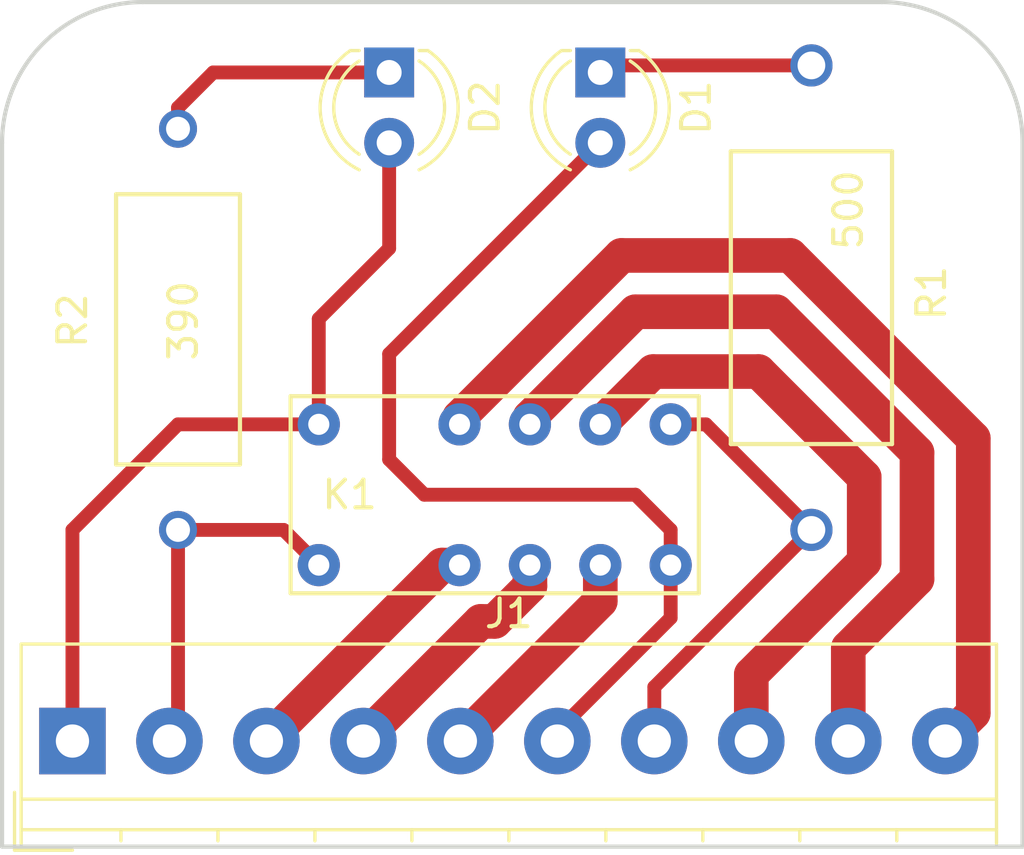
<source format=kicad_pcb>
(kicad_pcb (version 20171130) (host pcbnew "(5.0.0-rc2-dev-720-g9704891c8)")

  (general
    (thickness 1.6)
    (drawings 6)
    (tracks 59)
    (zones 0)
    (modules 6)
    (nets 13)
  )

  (page A4)
  (layers
    (0 F.Cu signal)
    (31 B.Cu signal)
    (32 B.Adhes user)
    (33 F.Adhes user)
    (34 B.Paste user)
    (35 F.Paste user)
    (36 B.SilkS user)
    (37 F.SilkS user)
    (38 B.Mask user)
    (39 F.Mask user)
    (44 Edge.Cuts user)
    (45 Margin user)
    (48 B.Fab user)
  )

  (setup
    (last_trace_width 0.5)
    (trace_clearance 0.2)
    (zone_clearance 0.508)
    (zone_45_only no)
    (trace_min 0.2)
    (segment_width 0.2)
    (edge_width 0.15)
    (via_size 0.8)
    (via_drill 0.4)
    (via_min_size 0.4)
    (via_min_drill 0.3)
    (uvia_size 0.3)
    (uvia_drill 0.1)
    (uvias_allowed no)
    (uvia_min_size 0.2)
    (uvia_min_drill 0.1)
    (pcb_text_width 0.3)
    (pcb_text_size 1.5 1.5)
    (mod_edge_width 0.15)
    (mod_text_size 1 1)
    (mod_text_width 0.15)
    (pad_size 1.524 1.524)
    (pad_drill 0.762)
    (pad_to_mask_clearance 0.2)
    (aux_axis_origin 0 0)
    (visible_elements FFFFFFFF)
    (pcbplotparams
      (layerselection 0x010e0_7fffffff)
      (usegerberextensions true)
      (usegerberattributes true)
      (usegerberadvancedattributes false)
      (creategerberjobfile false)
      (excludeedgelayer true)
      (linewidth 0.100000)
      (plotframeref false)
      (viasonmask false)
      (mode 1)
      (useauxorigin false)
      (hpglpennumber 1)
      (hpglpenspeed 20)
      (hpglpendiameter 15)
      (psnegative false)
      (psa4output false)
      (plotreference true)
      (plotvalue true)
      (plotinvisibletext false)
      (padsonsilk false)
      (subtractmaskfromsilk false)
      (outputformat 1)
      (mirror false)
      (drillshape 0)
      (scaleselection 1)
      (outputdirectory Gerber/))
  )

  (net 0 "")
  (net 1 "Net-(D2-Pad1)")
  (net 2 "Net-(J1-Pad4)")
  (net 3 "Net-(D1-Pad1)")
  (net 4 "Net-(J1-Pad2)")
  (net 5 "Net-(D1-Pad2)")
  (net 6 "Net-(D2-Pad2)")
  (net 7 "Net-(J1-Pad8)")
  (net 8 "Net-(J1-Pad9)")
  (net 9 "Net-(J1-Pad10)")
  (net 10 "Net-(J1-Pad5)")
  (net 11 "Net-(J1-Pad6)")
  (net 12 "Net-(J1-Pad7)")

  (net_class Default "This is the default net class."
    (clearance 0.2)
    (trace_width 0.5)
    (via_dia 0.8)
    (via_drill 0.4)
    (uvia_dia 0.3)
    (uvia_drill 0.1)
    (add_net "Net-(D1-Pad1)")
    (add_net "Net-(D1-Pad2)")
    (add_net "Net-(D2-Pad1)")
    (add_net "Net-(D2-Pad2)")
    (add_net "Net-(J1-Pad2)")
    (add_net "Net-(J1-Pad4)")
  )

  (net_class Power ""
    (clearance 0.2)
    (trace_width 1.25)
    (via_dia 0.8)
    (via_drill 0.4)
    (uvia_dia 0.3)
    (uvia_drill 0.1)
    (add_net "Net-(J1-Pad10)")
    (add_net "Net-(J1-Pad5)")
    (add_net "Net-(J1-Pad6)")
    (add_net "Net-(J1-Pad7)")
    (add_net "Net-(J1-Pad8)")
    (add_net "Net-(J1-Pad9)")
  )

  (module Library:42J500E (layer F.Cu) (tedit 5A512DA4) (tstamp 5A75318D)
    (at 153.67 82.55 270)
    (path /5A50F79D)
    (fp_text reference R1 (at -8.55 -4.33 270) (layer F.SilkS)
      (effects (font (size 1 1) (thickness 0.15)))
    )
    (fp_text value 500 (at -11.55 -1.33 270) (layer F.SilkS)
      (effects (font (size 1 1) (thickness 0.15)))
    )
    (fp_line (start -16.764 0) (end -13.5382 0) (layer Dwgs.User) (width 0.1524))
    (fp_line (start 0 0) (end -3.2258 0) (layer Dwgs.User) (width 0.1524))
    (fp_line (start -13.5382 2.7813) (end -3.2258 2.7813) (layer Dwgs.User) (width 0.1524))
    (fp_line (start -3.2258 2.7813) (end -3.2258 -2.7813) (layer Dwgs.User) (width 0.1524))
    (fp_line (start -3.2258 -2.7813) (end -13.5382 -2.7813) (layer Dwgs.User) (width 0.1524))
    (fp_line (start -13.5382 -2.7813) (end -13.5382 2.7813) (layer Dwgs.User) (width 0.1524))
    (fp_line (start -13.6652 2.9083) (end -3.0988 2.9083) (layer F.SilkS) (width 0.1524))
    (fp_line (start -3.0988 2.9083) (end -3.0988 -2.9083) (layer F.SilkS) (width 0.1524))
    (fp_line (start -3.0988 -2.9083) (end -13.6652 -2.9083) (layer F.SilkS) (width 0.1524))
    (fp_line (start -13.6652 -2.9083) (end -13.6652 2.9083) (layer F.SilkS) (width 0.1524))
    (pad 1 thru_hole circle (at -16.764 0 270) (size 1.524 1.524) (drill 1) (layers *.Cu *.Mask)
      (net 3 "Net-(D1-Pad1)"))
    (pad 2 thru_hole circle (at 0 0 270) (size 1.524 1.524) (drill 1) (layers *.Cu *.Mask)
      (net 4 "Net-(J1-Pad2)"))
    (model ${KIPRJMOD}/Library/RES_42.step
      (at (xyz 0 0 0))
      (scale (xyz 1 1 1))
      (rotate (xyz 0 0 0))
    )
  )

  (module Library:FMP200JR-52-390R (layer F.Cu) (tedit 5A513068) (tstamp 5A754D52)
    (at 130.81 82.55 270)
    (path /5A50F857)
    (fp_text reference R2 (at -7.55 3.81 270) (layer F.SilkS)
      (effects (font (size 1 1) (thickness 0.15)))
    )
    (fp_text value 390 (at -7.55 -0.19 270) (layer F.SilkS)
      (effects (font (size 1 1) (thickness 0.15)))
    )
    (fp_line (start -14.478 0) (end -11.9888 0) (layer Dwgs.User) (width 0.1524))
    (fp_line (start 0 0) (end -2.4892 0) (layer Dwgs.User) (width 0.1524))
    (fp_line (start -11.9888 2.1082) (end -2.4892 2.1082) (layer Dwgs.User) (width 0.1524))
    (fp_line (start -2.4892 2.1082) (end -2.4892 -2.1082) (layer Dwgs.User) (width 0.1524))
    (fp_line (start -2.4892 -2.1082) (end -11.9888 -2.1082) (layer Dwgs.User) (width 0.1524))
    (fp_line (start -11.9888 -2.1082) (end -11.9888 2.1082) (layer Dwgs.User) (width 0.1524))
    (fp_line (start -12.1158 2.2352) (end -2.3622 2.2352) (layer F.SilkS) (width 0.1524))
    (fp_line (start -2.3622 2.2352) (end -2.3622 -2.2352) (layer F.SilkS) (width 0.1524))
    (fp_line (start -2.3622 -2.2352) (end -12.1158 -2.2352) (layer F.SilkS) (width 0.1524))
    (fp_line (start -12.1158 -2.2352) (end -12.1158 2.2352) (layer F.SilkS) (width 0.1524))
    (pad 1 thru_hole circle (at -14.478 0 270) (size 1.3716 1.3716) (drill 0.8636) (layers *.Cu *.Mask)
      (net 1 "Net-(D2-Pad1)"))
    (pad 2 thru_hole circle (at 0 0 270) (size 1.3716 1.3716) (drill 0.8636) (layers *.Cu *.Mask)
      (net 2 "Net-(J1-Pad4)"))
    (model ${KIPRJMOD}/Library/YAG_FMP200.step
      (at (xyz 0 0 0))
      (scale (xyz 1 1 1))
      (rotate (xyz 0 0 0))
    )
  )

  (module Library:Terminal_Block_Relay (layer F.Cu) (tedit 5A513449) (tstamp 5A718017)
    (at 127 90.17)
    (descr "10-way 3.5mm pitch terminal block, https://cdn-shop.adafruit.com/datasheets/19963.pdf")
    (tags "screw terminal block")
    (path /5A50F22F)
    (fp_text reference J1 (at 15.75 -4.6) (layer F.SilkS)
      (effects (font (size 1 1) (thickness 0.15)))
    )
    (fp_text value "Relay Socket" (at 15.75 5.1) (layer F.Fab)
      (effects (font (size 1 1) (thickness 0.15)))
    )
    (fp_line (start -2.25 -3.9) (end -2.25 4.1) (layer F.CrtYd) (width 0.05))
    (fp_line (start -2.25 4.1) (end 33.75 4.1) (layer F.CrtYd) (width 0.05))
    (fp_line (start 33.75 4.1) (end 33.75 -3.9) (layer F.CrtYd) (width 0.05))
    (fp_line (start 33.75 -3.9) (end -2.25 -3.9) (layer F.CrtYd) (width 0.05))
    (fp_line (start -1.75 2.1) (end 33.25 2.1) (layer F.Fab) (width 0.1))
    (fp_line (start -1.75 3.2) (end 33.25 3.2) (layer F.Fab) (width 0.1))
    (fp_line (start -1.75 3.6) (end -1.75 -3.4) (layer F.Fab) (width 0.1))
    (fp_line (start -1.75 -3.4) (end 33.25 -3.4) (layer F.Fab) (width 0.1))
    (fp_line (start 33.25 -3.4) (end 33.25 3.6) (layer F.Fab) (width 0.1))
    (fp_line (start 1.75 3.2) (end 1.75 3.6) (layer F.Fab) (width 0.1))
    (fp_line (start 5.25 3.2) (end 5.25 3.6) (layer F.Fab) (width 0.1))
    (fp_line (start 8.75 3.2) (end 8.75 3.6) (layer F.Fab) (width 0.1))
    (fp_line (start 12.25 3.2) (end 12.25 3.6) (layer F.Fab) (width 0.1))
    (fp_line (start 15.75 3.2) (end 15.75 3.6) (layer F.Fab) (width 0.1))
    (fp_line (start 19.25 3.2) (end 19.25 3.6) (layer F.Fab) (width 0.1))
    (fp_line (start 22.75 3.2) (end 22.75 3.6) (layer F.Fab) (width 0.1))
    (fp_line (start 26.25 3.2) (end 26.25 3.6) (layer F.Fab) (width 0.1))
    (fp_line (start 29.75 3.2) (end 29.75 3.6) (layer F.Fab) (width 0.1))
    (fp_line (start -2.09 1.85) (end -2.09 3.94) (layer F.Fab) (width 0.1))
    (fp_line (start -2.09 3.94) (end 0 3.94) (layer F.Fab) (width 0.1))
    (fp_line (start -1.85 2.1) (end 33.35 2.1) (layer F.SilkS) (width 0.12))
    (fp_line (start -1.85 3.2) (end 33.35 3.2) (layer F.SilkS) (width 0.12))
    (fp_line (start -1.85 3.7) (end -1.85 -3.5) (layer F.SilkS) (width 0.12))
    (fp_line (start -1.85 -3.5) (end 33.35 -3.5) (layer F.SilkS) (width 0.12))
    (fp_line (start 33.35 -3.5) (end 33.35 3.7) (layer F.SilkS) (width 0.12))
    (fp_line (start 1.75 3.2) (end 1.75 3.6) (layer F.SilkS) (width 0.12))
    (fp_line (start 5.25 3.2) (end 5.25 3.6) (layer F.SilkS) (width 0.12))
    (fp_line (start 8.75 3.2) (end 8.75 3.6) (layer F.SilkS) (width 0.12))
    (fp_line (start 12.25 3.2) (end 12.25 3.6) (layer F.SilkS) (width 0.12))
    (fp_line (start 15.75 3.2) (end 15.75 3.6) (layer F.SilkS) (width 0.12))
    (fp_line (start 19.25 3.2) (end 19.25 3.6) (layer F.SilkS) (width 0.12))
    (fp_line (start 22.75 3.2) (end 22.75 3.6) (layer F.SilkS) (width 0.12))
    (fp_line (start 26.25 3.2) (end 26.25 3.6) (layer F.SilkS) (width 0.12))
    (fp_line (start 29.75 3.2) (end 29.75 3.6) (layer F.SilkS) (width 0.12))
    (fp_line (start -2.09 1.85) (end -2.09 3.94) (layer F.SilkS) (width 0.12))
    (fp_line (start -2.09 3.94) (end 0 3.94) (layer F.SilkS) (width 0.12))
    (fp_text user %R (at 6.35 -2.54) (layer F.Fab)
      (effects (font (size 1 1) (thickness 0.15)))
    )
    (pad 1 thru_hole rect (at 0 0) (size 2.4 2.4) (drill 1.2) (layers *.Cu *.Mask)
      (net 6 "Net-(D2-Pad2)"))
    (pad 4 thru_hole circle (at 3.5 0) (size 2.4 2.4) (drill 1.2) (layers *.Cu *.Mask)
      (net 2 "Net-(J1-Pad4)"))
    (pad 5 thru_hole circle (at 7 0) (size 2.4 2.4) (drill 1.2) (layers *.Cu *.Mask)
      (net 10 "Net-(J1-Pad5)"))
    (pad 6 thru_hole circle (at 10.5 0) (size 2.4 2.4) (drill 1.2) (layers *.Cu *.Mask)
      (net 11 "Net-(J1-Pad6)"))
    (pad 7 thru_hole circle (at 14 0) (size 2.4 2.4) (drill 1.2) (layers *.Cu *.Mask)
      (net 12 "Net-(J1-Pad7)"))
    (pad 3 thru_hole circle (at 17.5 0) (size 2.4 2.4) (drill 1.2) (layers *.Cu *.Mask)
      (net 5 "Net-(D1-Pad2)"))
    (pad 2 thru_hole circle (at 21 0) (size 2.4 2.4) (drill 1.2) (layers *.Cu *.Mask)
      (net 4 "Net-(J1-Pad2)"))
    (pad 10 thru_hole circle (at 24.5 0) (size 2.4 2.4) (drill 1.2) (layers *.Cu *.Mask)
      (net 9 "Net-(J1-Pad10)"))
    (pad 9 thru_hole circle (at 28 0) (size 2.4 2.4) (drill 1.2) (layers *.Cu *.Mask)
      (net 8 "Net-(J1-Pad9)"))
    (pad 8 thru_hole circle (at 31.5 0) (size 2.4 2.4) (drill 1.2) (layers *.Cu *.Mask)
      (net 7 "Net-(J1-Pad8)"))
    (model ${KISYS3DMOD}/Connectors_Terminal_Blocks.3dshapes/TerminalBlock_4UCON_19963_10x3.5mm_Straight.wrl
      (at (xyz 0 0 0))
      (scale (xyz 1 1 1))
      (rotate (xyz 0 0 0))
    )
  )

  (module Library:Relay (layer F.Cu) (tedit 5A511A54) (tstamp 5A6A4025)
    (at 135.89 83.82)
    (path /5A511C87)
    (fp_text reference K1 (at 1.11 -2.54) (layer F.SilkS)
      (effects (font (size 1 1) (thickness 0.15)))
    )
    (fp_text value AZ850P2-x (at 2.54 -2.54) (layer F.Fab)
      (effects (font (size 1 1) (thickness 0.15)))
    )
    (fp_line (start -1.016 -6.096) (end -1.016 1.016) (layer F.SilkS) (width 0.15))
    (fp_line (start 13.716 -6.096) (end -1.016 -6.096) (layer F.SilkS) (width 0.15))
    (fp_line (start 13.716 1.016) (end 13.716 -6.096) (layer F.SilkS) (width 0.15))
    (fp_line (start -1.016 1.016) (end 13.716 1.016) (layer F.SilkS) (width 0.15))
    (pad 12 thru_hole circle (at 0 -5.08) (size 1.524 1.524) (drill 0.762) (layers *.Cu *.Mask)
      (net 6 "Net-(D2-Pad2)"))
    (pad 10 thru_hole circle (at 5.08 -5.08) (size 1.524 1.524) (drill 0.762) (layers *.Cu *.Mask)
      (net 7 "Net-(J1-Pad8)"))
    (pad 9 thru_hole circle (at 7.62 -5.08) (size 1.524 1.524) (drill 0.762) (layers *.Cu *.Mask)
      (net 8 "Net-(J1-Pad9)"))
    (pad 8 thru_hole circle (at 10.16 -5.08) (size 1.524 1.524) (drill 0.762) (layers *.Cu *.Mask)
      (net 9 "Net-(J1-Pad10)"))
    (pad 7 thru_hole circle (at 12.7 -5.08) (size 1.524 1.524) (drill 0.762) (layers *.Cu *.Mask)
      (net 4 "Net-(J1-Pad2)"))
    (pad 1 thru_hole circle (at 0 0) (size 1.524 1.524) (drill 0.762) (layers *.Cu *.Mask)
      (net 2 "Net-(J1-Pad4)"))
    (pad 3 thru_hole circle (at 5.08 0) (size 1.524 1.524) (drill 0.762) (layers *.Cu *.Mask)
      (net 10 "Net-(J1-Pad5)"))
    (pad 4 thru_hole circle (at 7.62 0) (size 1.524 1.524) (drill 0.762) (layers *.Cu *.Mask)
      (net 11 "Net-(J1-Pad6)"))
    (pad 5 thru_hole circle (at 10.16 0) (size 1.524 1.524) (drill 0.762) (layers *.Cu *.Mask)
      (net 12 "Net-(J1-Pad7)"))
    (pad 6 thru_hole circle (at 12.7 0) (size 1.524 1.524) (drill 0.762) (layers *.Cu *.Mask)
      (net 5 "Net-(D1-Pad2)"))
    (model ${KIPRJMOD}/Library/RELAY12-10_280X570_390.step
      (at (xyz 0 0 0))
      (scale (xyz 1 1 1))
      (rotate (xyz 0 0 90))
    )
  )

  (module LEDs:LED_D4.0mm (layer F.Cu) (tedit 587A3A7B) (tstamp 5A61E2D0)
    (at 138.43 66.04 270)
    (descr "LED, diameter 4.0mm, 2 pins, http://www.kingbright.com/attachments/file/psearch/000/00/00/L-43GD(Ver.12B).pdf")
    (tags "LED diameter 4.0mm 2 pins")
    (path /5A511699)
    (fp_text reference D2 (at 1.27 -3.46 270) (layer F.SilkS)
      (effects (font (size 1 1) (thickness 0.15)))
    )
    (fp_text value LED_Small (at 1.27 3.46 270) (layer F.Fab)
      (effects (font (size 1 1) (thickness 0.15)))
    )
    (fp_line (start 4 -2.75) (end -1.45 -2.75) (layer F.CrtYd) (width 0.05))
    (fp_line (start 4 2.75) (end 4 -2.75) (layer F.CrtYd) (width 0.05))
    (fp_line (start -1.45 2.75) (end 4 2.75) (layer F.CrtYd) (width 0.05))
    (fp_line (start -1.45 -2.75) (end -1.45 2.75) (layer F.CrtYd) (width 0.05))
    (fp_line (start -0.79 1.08) (end -0.79 1.399) (layer F.SilkS) (width 0.12))
    (fp_line (start -0.79 -1.399) (end -0.79 -1.08) (layer F.SilkS) (width 0.12))
    (fp_line (start -0.73 -1.32665) (end -0.73 1.32665) (layer F.Fab) (width 0.1))
    (fp_circle (center 1.27 0) (end 3.27 0) (layer F.Fab) (width 0.1))
    (fp_arc (start 1.27 0) (end -0.41333 1.08) (angle -114.6) (layer F.SilkS) (width 0.12))
    (fp_arc (start 1.27 0) (end -0.41333 -1.08) (angle 114.6) (layer F.SilkS) (width 0.12))
    (fp_arc (start 1.27 0) (end -0.79 1.398749) (angle -120.1) (layer F.SilkS) (width 0.12))
    (fp_arc (start 1.27 0) (end -0.79 -1.398749) (angle 120.1) (layer F.SilkS) (width 0.12))
    (fp_arc (start 1.27 0) (end -0.73 -1.32665) (angle 292.9) (layer F.Fab) (width 0.1))
    (pad 2 thru_hole circle (at 2.54 0 270) (size 1.8 1.8) (drill 0.9) (layers *.Cu *.Mask)
      (net 6 "Net-(D2-Pad2)"))
    (pad 1 thru_hole rect (at 0 0 270) (size 1.8 1.8) (drill 0.9) (layers *.Cu *.Mask)
      (net 1 "Net-(D2-Pad1)"))
    (model ${KISYS3DMOD}/LEDs.3dshapes/LED_D4.0mm.wrl
      (at (xyz 0 0 0))
      (scale (xyz 0.393701 0.393701 0.393701))
      (rotate (xyz 0 0 0))
    )
  )

  (module LEDs:LED_D4.0mm (layer F.Cu) (tedit 587A3A7B) (tstamp 5A61E2BD)
    (at 146.05 66.04 270)
    (descr "LED, diameter 4.0mm, 2 pins, http://www.kingbright.com/attachments/file/psearch/000/00/00/L-43GD(Ver.12B).pdf")
    (tags "LED diameter 4.0mm 2 pins")
    (path /5A51190D)
    (fp_text reference D1 (at 1.27 -3.46 270) (layer F.SilkS)
      (effects (font (size 1 1) (thickness 0.15)))
    )
    (fp_text value LED_Small (at 1.27 3.46 270) (layer F.Fab)
      (effects (font (size 1 1) (thickness 0.15)))
    )
    (fp_arc (start 1.27 0) (end -0.73 -1.32665) (angle 292.9) (layer F.Fab) (width 0.1))
    (fp_arc (start 1.27 0) (end -0.79 -1.398749) (angle 120.1) (layer F.SilkS) (width 0.12))
    (fp_arc (start 1.27 0) (end -0.79 1.398749) (angle -120.1) (layer F.SilkS) (width 0.12))
    (fp_arc (start 1.27 0) (end -0.41333 -1.08) (angle 114.6) (layer F.SilkS) (width 0.12))
    (fp_arc (start 1.27 0) (end -0.41333 1.08) (angle -114.6) (layer F.SilkS) (width 0.12))
    (fp_circle (center 1.27 0) (end 3.27 0) (layer F.Fab) (width 0.1))
    (fp_line (start -0.73 -1.32665) (end -0.73 1.32665) (layer F.Fab) (width 0.1))
    (fp_line (start -0.79 -1.399) (end -0.79 -1.08) (layer F.SilkS) (width 0.12))
    (fp_line (start -0.79 1.08) (end -0.79 1.399) (layer F.SilkS) (width 0.12))
    (fp_line (start -1.45 -2.75) (end -1.45 2.75) (layer F.CrtYd) (width 0.05))
    (fp_line (start -1.45 2.75) (end 4 2.75) (layer F.CrtYd) (width 0.05))
    (fp_line (start 4 2.75) (end 4 -2.75) (layer F.CrtYd) (width 0.05))
    (fp_line (start 4 -2.75) (end -1.45 -2.75) (layer F.CrtYd) (width 0.05))
    (pad 1 thru_hole rect (at 0 0 270) (size 1.8 1.8) (drill 0.9) (layers *.Cu *.Mask)
      (net 3 "Net-(D1-Pad1)"))
    (pad 2 thru_hole circle (at 2.54 0 270) (size 1.8 1.8) (drill 0.9) (layers *.Cu *.Mask)
      (net 5 "Net-(D1-Pad2)"))
    (model ${KISYS3DMOD}/LEDs.3dshapes/LED_D4.0mm.wrl
      (at (xyz 0 0 0))
      (scale (xyz 0.393701 0.393701 0.393701))
      (rotate (xyz 0 0 0))
    )
  )

  (gr_line (start 161.29 68.58) (end 161.29 93.98) (angle 90) (layer Edge.Cuts) (width 0.15))
  (gr_line (start 124.46 68.58) (end 124.46 93.98) (angle 90) (layer Edge.Cuts) (width 0.15))
  (gr_line (start 156.21 63.5) (end 129.54 63.5) (angle 90) (layer Edge.Cuts) (width 0.15))
  (gr_arc (start 156.21 68.58) (end 156.21 63.5) (angle 90) (layer Edge.Cuts) (width 0.15))
  (gr_arc (start 129.54 68.58) (end 124.46 68.58) (angle 90) (layer Edge.Cuts) (width 0.15))
  (gr_line (start 124.46 93.98) (end 161.29 93.98) (angle 90) (layer Edge.Cuts) (width 0.15))

  (segment (start 130.81 68.072) (end 130.81 67.31) (width 0.5) (layer F.Cu) (net 1) (status 400000))
  (segment (start 132.08 66.04) (end 138.43 66.04) (width 0.5) (layer F.Cu) (net 1) (tstamp 5A755EA7) (status 800000))
  (segment (start 130.81 67.31) (end 132.08 66.04) (width 0.5) (layer F.Cu) (net 1) (tstamp 5A755EA6))
  (segment (start 130.81 82.55) (end 130.81 89.86) (width 0.5) (layer F.Cu) (net 2) (status C00000))
  (segment (start 130.81 89.86) (end 130.5 90.17) (width 0.5) (layer F.Cu) (net 2) (tstamp 5A755EA3) (status C00000))
  (segment (start 130.81 82.55) (end 134.62 82.55) (width 0.5) (layer F.Cu) (net 2) (status 400000))
  (segment (start 134.62 82.55) (end 135.89 83.82) (width 0.5) (layer F.Cu) (net 2) (tstamp 5A755E9F) (status 800000))
  (segment (start 153.67 65.786) (end 146.304 65.786) (width 0.5) (layer F.Cu) (net 3) (status C00000))
  (segment (start 146.304 65.786) (end 146.05 66.04) (width 0.5) (layer F.Cu) (net 3) (tstamp 5A75479F) (status C00000))
  (segment (start 148 90.17) (end 148 88.22) (width 0.5) (layer F.Cu) (net 4) (status 400000))
  (segment (start 148 88.22) (end 153.67 82.55) (width 0.5) (layer F.Cu) (net 4) (tstamp 5A75478D) (status 800000))
  (segment (start 153.67 82.55) (end 149.86 78.74) (width 0.5) (layer F.Cu) (net 4) (status 400000))
  (segment (start 149.86 78.74) (end 148.59 78.74) (width 0.5) (layer F.Cu) (net 4) (tstamp 5A75478A) (status 800000))
  (segment (start 144.5 90.17) (end 144.5 89.815) (width 0.5) (layer F.Cu) (net 5) (status C00000))
  (segment (start 144.5 89.815) (end 148.59 85.725) (width 0.5) (layer F.Cu) (net 5) (tstamp 5A7561A2) (status 400000))
  (segment (start 148.59 85.725) (end 148.59 83.82) (width 0.5) (layer F.Cu) (net 5) (tstamp 5A7561A3) (status 800000))
  (segment (start 144.5 90.17) (end 144.78 90.17) (width 0.5) (layer F.Cu) (net 5) (status C00000))
  (segment (start 148.59 83.82) (end 148.59 82.55) (width 0.5) (layer F.Cu) (net 5) (status 400000))
  (segment (start 138.43 76.2) (end 146.05 68.58) (width 0.5) (layer F.Cu) (net 5) (tstamp 5A75479B) (status 800000))
  (segment (start 138.43 80.01) (end 138.43 76.2) (width 0.5) (layer F.Cu) (net 5) (tstamp 5A754799))
  (segment (start 139.7 81.28) (end 138.43 80.01) (width 0.5) (layer F.Cu) (net 5) (tstamp 5A754797))
  (segment (start 147.32 81.28) (end 139.7 81.28) (width 0.5) (layer F.Cu) (net 5) (tstamp 5A754795))
  (segment (start 148.59 82.55) (end 147.32 81.28) (width 0.5) (layer F.Cu) (net 5) (tstamp 5A754793))
  (segment (start 127 90.17) (end 127 82.55) (width 0.5) (layer F.Cu) (net 6) (status 400000))
  (segment (start 130.81 78.74) (end 135.89 78.74) (width 0.5) (layer F.Cu) (net 6) (tstamp 5A7547AB) (status 800000))
  (segment (start 127 82.55) (end 130.81 78.74) (width 0.5) (layer F.Cu) (net 6) (tstamp 5A7547A9))
  (segment (start 138.43 68.58) (end 138.43 72.39) (width 0.5) (layer F.Cu) (net 6) (status 400000))
  (segment (start 135.89 74.93) (end 135.89 78.74) (width 0.5) (layer F.Cu) (net 6) (tstamp 5A7547A4) (status 800000))
  (segment (start 138.43 72.39) (end 135.89 74.93) (width 0.5) (layer F.Cu) (net 6) (tstamp 5A7547A2))
  (segment (start 140.97 78.74) (end 140.97 78.486) (width 1.25) (layer F.Cu) (net 7) (status C00000))
  (segment (start 140.97 78.486) (end 146.812 72.644) (width 1.25) (layer F.Cu) (net 7) (tstamp 5A7561B9) (status 400000))
  (segment (start 146.812 72.644) (end 152.908 72.644) (width 1.25) (layer F.Cu) (net 7) (tstamp 5A7561BA))
  (segment (start 152.908 72.644) (end 159.512 79.248) (width 1.25) (layer F.Cu) (net 7) (tstamp 5A7561BC))
  (segment (start 159.512 79.248) (end 159.512 89.158) (width 1.25) (layer F.Cu) (net 7) (tstamp 5A7561BE))
  (segment (start 159.512 89.158) (end 158.5 90.17) (width 1.25) (layer F.Cu) (net 7) (tstamp 5A7561C0) (status 800000))
  (segment (start 143.51 78.74) (end 143.51 78.486) (width 1.25) (layer F.Cu) (net 8) (status C00000))
  (segment (start 143.51 78.486) (end 147.32 74.676) (width 1.25) (layer F.Cu) (net 8) (tstamp 5A7561B0) (status 400000))
  (segment (start 147.32 74.676) (end 152.4 74.676) (width 1.25) (layer F.Cu) (net 8) (tstamp 5A7561B1))
  (segment (start 152.4 74.676) (end 157.48 79.756) (width 1.25) (layer F.Cu) (net 8) (tstamp 5A7561B2))
  (segment (start 157.48 79.756) (end 157.48 84.328) (width 1.25) (layer F.Cu) (net 8) (tstamp 5A7561B4))
  (segment (start 157.48 84.328) (end 155 86.808) (width 1.25) (layer F.Cu) (net 8) (tstamp 5A7561B5))
  (segment (start 155 86.808) (end 155 90.17) (width 1.25) (layer F.Cu) (net 8) (tstamp 5A7561B6) (status 800000))
  (segment (start 146.05 78.74) (end 147.955 76.835) (width 1.25) (layer F.Cu) (net 9) (status 400000))
  (segment (start 151.5 87.768) (end 151.5 90.17) (width 1.25) (layer F.Cu) (net 9) (tstamp 5A7561AC) (status 800000))
  (segment (start 155.575 83.693) (end 151.5 87.768) (width 1.25) (layer F.Cu) (net 9) (tstamp 5A7561AB))
  (segment (start 155.575 80.645) (end 155.575 83.693) (width 1.25) (layer F.Cu) (net 9) (tstamp 5A7561AA))
  (segment (start 151.765 76.835) (end 155.575 80.645) (width 1.25) (layer F.Cu) (net 9) (tstamp 5A7561A9))
  (segment (start 147.955 76.835) (end 151.765 76.835) (width 1.25) (layer F.Cu) (net 9) (tstamp 5A7561A8))
  (segment (start 151.5 90.17) (end 151.5 89.8) (width 1.25) (layer F.Cu) (net 9) (status C00000))
  (segment (start 134 90.17) (end 134 90.155) (width 1.25) (layer F.Cu) (net 10) (status C00000))
  (segment (start 134 90.155) (end 140.335 83.82) (width 1.25) (layer F.Cu) (net 10) (tstamp 5A75617B) (status C00000))
  (segment (start 140.335 83.82) (end 140.97 83.82) (width 1.25) (layer F.Cu) (net 10) (tstamp 5A75617C) (status C00000))
  (segment (start 137.5 90.17) (end 137.5 90.084) (width 1.25) (layer F.Cu) (net 11) (status C00000))
  (segment (start 137.5 90.084) (end 141.732 85.852) (width 1.25) (layer F.Cu) (net 11) (tstamp 5A5494DF) (status 400000))
  (segment (start 142.24 85.852) (end 143.51 84.582) (width 1.25) (layer F.Cu) (net 11) (tstamp 5A5494E1) (status 800000))
  (segment (start 141.732 85.852) (end 142.24 85.852) (width 1.25) (layer F.Cu) (net 11) (tstamp 5A5494E0))
  (segment (start 143.51 84.582) (end 143.51 83.82) (width 1.25) (layer F.Cu) (net 11) (tstamp 5A5494E2) (status C00000))
  (segment (start 146.05 83.82) (end 146.05 85.12) (width 1.25) (layer F.Cu) (net 12) (status 400000))
  (segment (start 146.05 85.12) (end 141 90.17) (width 1.25) (layer F.Cu) (net 12) (tstamp 5A75616F) (status 800000))

)

</source>
